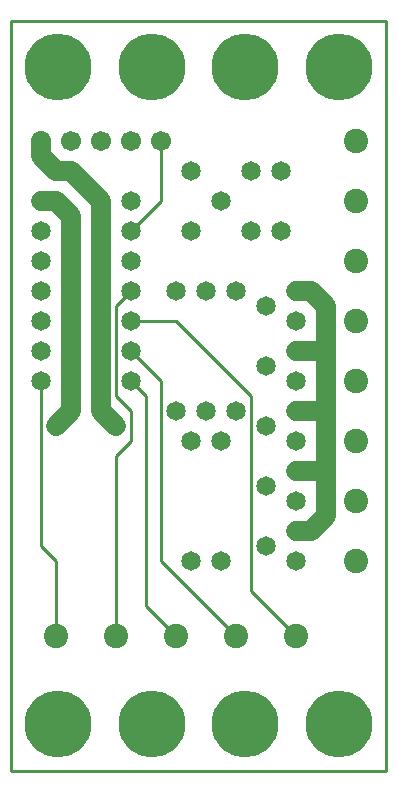
<source format=gtl>
%MOIN*%
%FSLAX25Y25*%
G04 D10 used for Character Trace; *
G04     Circle (OD=.01000) (No hole)*
G04 D11 used for Power Trace; *
G04     Circle (OD=.06700) (No hole)*
G04 D12 used for Signal Trace; *
G04     Circle (OD=.01100) (No hole)*
G04 D13 used for Via; *
G04     Circle (OD=.05800) (Round. Hole ID=.02800)*
G04 D14 used for Component hole; *
G04     Circle (OD=.06500) (Round. Hole ID=.03500)*
G04 D15 used for Component hole; *
G04     Circle (OD=.06700) (Round. Hole ID=.04300)*
G04 D16 used for Component hole; *
G04     Circle (OD=.08100) (Round. Hole ID=.05100)*
G04 D17 used for Component hole; *
G04     Circle (OD=.08900) (Round. Hole ID=.05900)*
G04 D18 used for Component hole; *
G04     Circle (OD=.11300) (Round. Hole ID=.08300)*
G04 D19 used for Component hole; *
G04     Circle (OD=.16000) (Round. Hole ID=.13000)*
G04 D20 used for Component hole; *
G04     Circle (OD=.18300) (Round. Hole ID=.15300)*
G04 D21 used for Component hole; *
G04     Circle (OD=.22291) (Round. Hole ID=.19291)*
%ADD10C,.01000*%
%ADD11C,.06700*%
%ADD12C,.01100*%
%ADD13C,.05800*%
%ADD14C,.06500*%
%ADD15C,.06700*%
%ADD16C,.08100*%
%ADD17C,.08900*%
%ADD18C,.11300*%
%ADD19C,.16000*%
%ADD20C,.18300*%
%ADD21C,.22291*%
%IPPOS*%
%LPD*%
G90*X0Y0D02*D21*X15625Y15625D03*D16*              
X35000Y45000D03*D12*Y105000D01*X40000Y110000D01*  
Y120000D01*X35000Y125000D01*Y155000D01*           
X40000Y160000D01*D14*D03*Y170000D03*Y150000D03*   
D12*X55000D01*X80000Y125000D01*Y60000D01*         
X95000Y45000D01*D16*D03*X75000D03*D12*            
X50000Y70000D01*Y130000D01*X40000Y140000D01*D14*  
D03*Y130000D03*D12*X45000Y125000D01*Y55000D01*    
X55000Y45000D01*D16*D03*D14*X70000Y70000D03*      
X60000D03*X85000Y75000D03*D21*X46875Y15625D03*    
X78125D03*D12*X15000Y45000D02*Y70000D01*D16*      
Y45000D03*D12*Y70000D02*X10000Y75000D01*          
Y130000D01*D14*D03*D11*X15000Y115000D02*          
X20000Y120000D01*D14*X15000Y115000D03*D11*        
X20000Y120000D02*Y185000D01*X15000Y190000D01*     
X10000D01*D14*D03*D11*X30000D02*X20000Y200000D01* 
D13*X30000Y190000D03*D11*Y120000D01*              
X35000Y115000D01*D14*D03*X55000Y120000D03*        
X10000Y140000D03*X60000Y110000D03*                
X65000Y120000D03*X70000Y110000D03*                
X10000Y150000D03*X75000Y120000D03*Y160000D03*     
X65000D03*X55000D03*X10000D03*X85000Y95000D03*    
Y115000D03*Y135000D03*Y155000D03*X10000Y170000D03*
X95000Y70000D03*Y80000D03*D11*X100000D01*         
X105000Y85000D01*Y100000D01*X95000D01*D14*D03*D11*
X105000D02*Y120000D01*X95000D01*D14*D03*D11*      
X105000D02*Y140000D01*X95000D01*D14*D03*D11*      
X105000D02*Y155000D01*X100000Y160000D01*X95000D01*
D14*D03*Y150000D03*D16*X115000D03*D14*            
X90000Y180000D03*D16*X115000Y170000D03*D14*       
X80000Y180000D03*D16*X115000Y190000D03*D14*       
X95000Y130000D03*D16*X115000D03*D14*              
X70000Y190000D03*X60000Y180000D03*                
X90000Y200000D03*X80000D03*X60000D03*D12*         
X40000Y180000D02*X50000Y190000D01*D14*            
X40000Y180000D03*D12*X50000Y190000D02*Y210000D01* 
D15*D03*X40000D03*D14*Y190000D03*D15*             
X30000Y210000D03*D21*X46875Y234375D03*D15*        
X20000Y210000D03*D11*X15000Y200000D02*X20000D01*  
X15000D02*X10000Y205000D01*Y210000D01*D15*D03*D21*
X15625Y234375D03*D14*X10000Y180000D03*D12*X0Y0D02*
Y250000D01*Y0D02*X125000D01*Y250000D01*X0D01*D21* 
X78125Y234375D03*X109375D03*D16*X115000Y210000D03*
D14*X95000Y110000D03*D16*X115000D03*D14*          
X95000Y90000D03*D16*X115000D03*Y70000D03*D21*     
X109375Y15625D03*M02*                             

</source>
